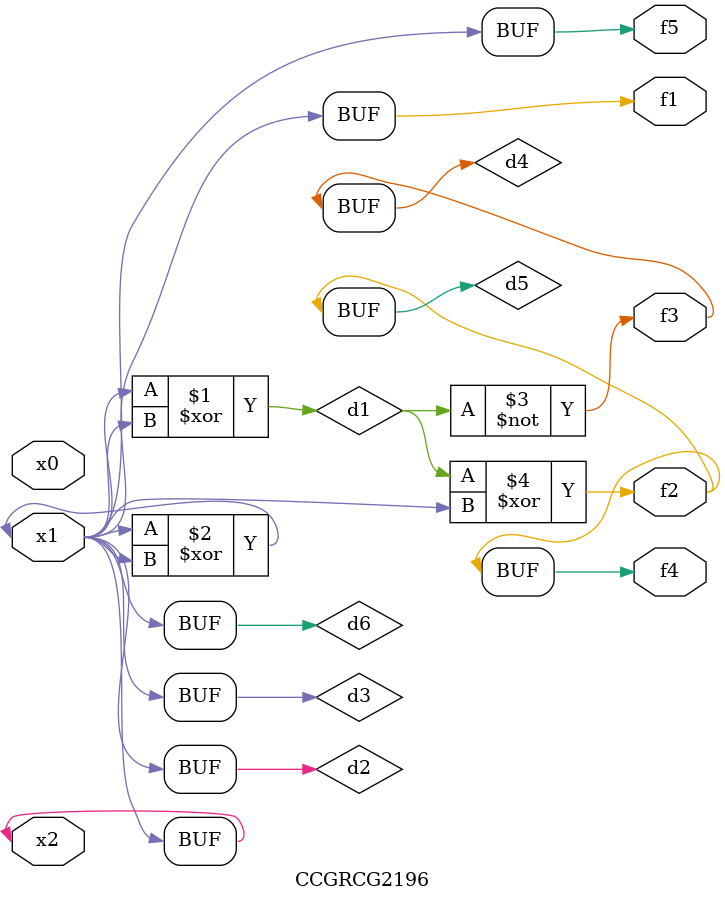
<source format=v>
module CCGRCG2196(
	input x0, x1, x2,
	output f1, f2, f3, f4, f5
);

	wire d1, d2, d3, d4, d5, d6;

	xor (d1, x1, x2);
	buf (d2, x1, x2);
	xor (d3, x1, x2);
	nor (d4, d1);
	xor (d5, d1, d2);
	buf (d6, d2, d3);
	assign f1 = d6;
	assign f2 = d5;
	assign f3 = d4;
	assign f4 = d5;
	assign f5 = d6;
endmodule

</source>
